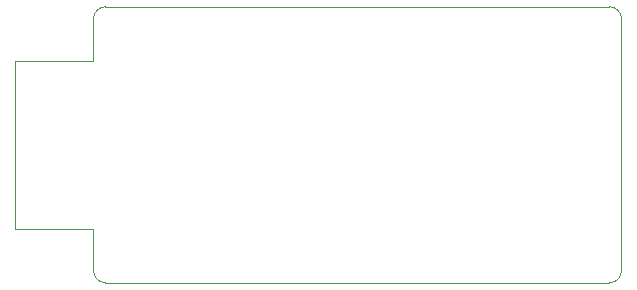
<source format=gbr>
G04 #@! TF.GenerationSoftware,KiCad,Pcbnew,(5.1.12)-1*
G04 #@! TF.CreationDate,2022-01-02T13:29:21+01:00*
G04 #@! TF.ProjectId,20210211_eduino,32303231-3032-4313-915f-656475696e6f,v1.0*
G04 #@! TF.SameCoordinates,Original*
G04 #@! TF.FileFunction,Profile,NP*
%FSLAX46Y46*%
G04 Gerber Fmt 4.6, Leading zero omitted, Abs format (unit mm)*
G04 Created by KiCad (PCBNEW (5.1.12)-1) date 2022-01-02 13:29:21*
%MOMM*%
%LPD*%
G01*
G04 APERTURE LIST*
G04 #@! TA.AperFunction,Profile*
%ADD10C,0.050000*%
G04 #@! TD*
G04 APERTURE END LIST*
D10*
X130048000Y-36576000D02*
G75*
G02*
X131064000Y-37592000I0J-1016000D01*
G01*
X87376000Y-36576000D02*
X130048000Y-36576000D01*
X131064000Y-58928000D02*
X131064000Y-37592000D01*
X79756000Y-41148000D02*
X79756000Y-55372000D01*
X86360000Y-37592000D02*
G75*
G02*
X87376000Y-36576000I1016000J0D01*
G01*
X87376000Y-59944000D02*
G75*
G02*
X86360000Y-58928000I0J1016000D01*
G01*
X131064000Y-58928000D02*
G75*
G02*
X130048000Y-59944000I-1016000J0D01*
G01*
X87376000Y-59944000D02*
X130048000Y-59944000D01*
X86360000Y-55372000D02*
X86360000Y-58928000D01*
X79756000Y-55372000D02*
X86360000Y-55372000D01*
X86360000Y-41148000D02*
X86360000Y-37592000D01*
X79756000Y-41148000D02*
X86360000Y-41148000D01*
M02*

</source>
